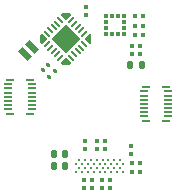
<source format=gbr>
%TF.GenerationSoftware,KiCad,Pcbnew,9.0.7+1*%
%TF.CreationDate,2026-02-20T14:40:58+00:00*%
%TF.ProjectId,ZSWatch-Extension,5a535761-7463-4682-9d45-7874656e7369,+ (Unreleased)*%
%TF.SameCoordinates,Original*%
%TF.FileFunction,Paste,Top*%
%TF.FilePolarity,Positive*%
%FSLAX46Y46*%
G04 Gerber Fmt 4.6, Leading zero omitted, Abs format (unit mm)*
G04 Created by KiCad (PCBNEW 9.0.7+1) date 2026-02-20 14:40:58*
%MOMM*%
%LPD*%
G01*
G04 APERTURE LIST*
G04 Aperture macros list*
%AMRoundRect*
0 Rectangle with rounded corners*
0 $1 Rounding radius*
0 $2 $3 $4 $5 $6 $7 $8 $9 X,Y pos of 4 corners*
0 Add a 4 corners polygon primitive as box body*
4,1,4,$2,$3,$4,$5,$6,$7,$8,$9,$2,$3,0*
0 Add four circle primitives for the rounded corners*
1,1,$1+$1,$2,$3*
1,1,$1+$1,$4,$5*
1,1,$1+$1,$6,$7*
1,1,$1+$1,$8,$9*
0 Add four rect primitives between the rounded corners*
20,1,$1+$1,$2,$3,$4,$5,0*
20,1,$1+$1,$4,$5,$6,$7,0*
20,1,$1+$1,$6,$7,$8,$9,0*
20,1,$1+$1,$8,$9,$2,$3,0*%
%AMRotRect*
0 Rectangle, with rotation*
0 The origin of the aperture is its center*
0 $1 length*
0 $2 width*
0 $3 Rotation angle, in degrees counterclockwise*
0 Add horizontal line*
21,1,$1,$2,0,0,$3*%
%AMOutline4P*
0 Free polygon, 4 corners , with rotation*
0 The origin of the aperture is its center*
0 number of corners: always 4*
0 $1 to $8 corner X, Y*
0 $9 Rotation angle, in degrees counterclockwise*
0 create outline with 4 corners*
4,1,4,$1,$2,$3,$4,$5,$6,$7,$8,$1,$2,$9*%
G04 Aperture macros list end*
%ADD10R,0.685000X0.180000*%
%ADD11R,0.735000X0.230000*%
%ADD12RoundRect,0.079500X-0.100500X0.079500X-0.100500X-0.079500X0.100500X-0.079500X0.100500X0.079500X0*%
%ADD13RoundRect,0.079500X-0.079500X-0.100500X0.079500X-0.100500X0.079500X0.100500X-0.079500X0.100500X0*%
%ADD14RoundRect,0.079500X0.100500X-0.079500X0.100500X0.079500X-0.100500X0.079500X-0.100500X-0.079500X0*%
%ADD15RoundRect,0.079500X0.079500X0.100500X-0.079500X0.100500X-0.079500X-0.100500X0.079500X-0.100500X0*%
%ADD16RoundRect,0.079500X-0.014849X0.127279X-0.127279X0.014849X0.014849X-0.127279X0.127279X-0.014849X0*%
%ADD17RoundRect,0.147500X0.147500X0.172500X-0.147500X0.172500X-0.147500X-0.172500X0.147500X-0.172500X0*%
%ADD18RotRect,1.140000X0.575000X315.000000*%
%ADD19RoundRect,0.140000X-0.140000X-0.170000X0.140000X-0.170000X0.140000X0.170000X-0.140000X0.170000X0*%
%ADD20RotRect,0.700000X0.200000X315.000000*%
%ADD21Outline4P,-0.360000X-0.180000X0.360000X-0.180000X0.000000X0.180000X0.000000X0.180000X180.000000*%
%ADD22RotRect,0.700000X0.200000X45.000000*%
%ADD23RotRect,0.700000X0.200000X135.000000*%
%ADD24Outline4P,-0.360000X-0.180000X0.360000X-0.180000X0.000000X0.180000X0.000000X0.180000X270.000000*%
%ADD25Outline4P,-0.360000X-0.180000X0.360000X-0.180000X0.000000X0.180000X0.000000X0.180000X0.000000*%
%ADD26Outline4P,-0.360000X-0.180000X0.360000X-0.180000X0.000000X0.180000X0.000000X0.180000X90.000000*%
%ADD27RotRect,1.701800X1.701800X315.000000*%
%ADD28C,0.200000*%
%ADD29R,0.375000X0.350000*%
%ADD30R,0.350000X0.375000*%
G04 APERTURE END LIST*
D10*
%TO.C,X702*%
X209292500Y-149550000D03*
X211307500Y-149550000D03*
X209292500Y-149900000D03*
X211307500Y-149900000D03*
X209292500Y-150250000D03*
X211307500Y-150250000D03*
X209292500Y-150600000D03*
X211307500Y-150600000D03*
X209292500Y-150950000D03*
X211307500Y-150950000D03*
X209292500Y-151300000D03*
X211307500Y-151300000D03*
X209292500Y-151650000D03*
X211307500Y-151650000D03*
D11*
X211167500Y-149175000D03*
X209432500Y-149175000D03*
X211167500Y-152025000D03*
X209432500Y-152025000D03*
%TD*%
D12*
%TO.C,C603*%
X205725000Y-157080000D03*
X205725000Y-157770000D03*
%TD*%
D13*
%TO.C,C505*%
X208547500Y-143200000D03*
X209237500Y-143200000D03*
%TD*%
D14*
%TO.C,C608*%
X208175000Y-154850000D03*
X208175000Y-154160000D03*
%TD*%
D15*
%TO.C,R502*%
X208945000Y-145675000D03*
X208255000Y-145675000D03*
%TD*%
D16*
%TO.C,C504*%
X201743952Y-147856048D03*
X201256048Y-148343952D03*
%TD*%
D13*
%TO.C,C506*%
X208547500Y-143993000D03*
X209237500Y-143993000D03*
%TD*%
D16*
%TO.C,C502*%
X201185787Y-147285787D03*
X200697883Y-147773691D03*
%TD*%
D14*
%TO.C,C503*%
X204400000Y-143065000D03*
X204400000Y-142375000D03*
%TD*%
%TO.C,C602*%
X205975000Y-154470000D03*
X205975000Y-153780000D03*
%TD*%
D17*
%TO.C,FB601*%
X202610001Y-154875000D03*
X201640001Y-154875000D03*
%TD*%
D18*
%TO.C,Y501*%
X199791682Y-145808318D03*
X199208318Y-146391682D03*
%TD*%
D19*
%TO.C,C511*%
X208120000Y-147300000D03*
X209080000Y-147300000D03*
%TD*%
D20*
%TO.C,IC501*%
X202476256Y-143237601D03*
D21*
X202653033Y-143103251D03*
D22*
X202829810Y-143237601D03*
D20*
X202193414Y-143520444D03*
X201910571Y-143803286D03*
X201627728Y-144086129D03*
X201344885Y-144368972D03*
X201062043Y-144651815D03*
D23*
X200779200Y-144934657D03*
D24*
X200644850Y-145111434D03*
D22*
X200779200Y-145288211D03*
X201062043Y-145571053D03*
X201344885Y-145853896D03*
X201627728Y-146136739D03*
X201910571Y-146419582D03*
X202193414Y-146702424D03*
X202476256Y-146985267D03*
D25*
X202653033Y-147119617D03*
D20*
X202829810Y-146985267D03*
X203112652Y-146702424D03*
X203395495Y-146419582D03*
X203678338Y-146136739D03*
X203961181Y-145853896D03*
X204244023Y-145571053D03*
D22*
X204526866Y-144934657D03*
D26*
X204661216Y-145111434D03*
D23*
X204526866Y-145288211D03*
D22*
X204244023Y-144651815D03*
X203961181Y-144368972D03*
X203678338Y-144086129D03*
X203395495Y-143803286D03*
X203112652Y-143520444D03*
D27*
X202653033Y-145111434D03*
%TD*%
D28*
%TO.C,IC601*%
X207525000Y-156345000D03*
X207025000Y-156345000D03*
X206525000Y-156345000D03*
X206025000Y-156345000D03*
X205525000Y-156345000D03*
X205025000Y-156345000D03*
X204525000Y-156345000D03*
X204025000Y-156345000D03*
X203525000Y-156345000D03*
X207275000Y-156005000D03*
X206775000Y-156005000D03*
X206275000Y-156005000D03*
X205775000Y-156005000D03*
X205275000Y-156005000D03*
X204775000Y-156005000D03*
X204275000Y-156005000D03*
X203775000Y-156005000D03*
X207525000Y-155665000D03*
X207025000Y-155665000D03*
X206525000Y-155665000D03*
X206025000Y-155665000D03*
X205525000Y-155665000D03*
X205025000Y-155665000D03*
X204525000Y-155665000D03*
X204025000Y-155665000D03*
X203525000Y-155665000D03*
X207275000Y-155325000D03*
X206775000Y-155325000D03*
X206275000Y-155325000D03*
X205775000Y-155325000D03*
X205275000Y-155325000D03*
X204775000Y-155325000D03*
X204275000Y-155325000D03*
X203775000Y-155325000D03*
%TD*%
D12*
%TO.C,C604*%
X206425000Y-157080000D03*
X206425000Y-157770000D03*
%TD*%
D17*
%TO.C,FB602*%
X202610001Y-155875000D03*
X201640001Y-155875000D03*
%TD*%
D13*
%TO.C,C610*%
X208229999Y-156345000D03*
X208919999Y-156345000D03*
%TD*%
D29*
%TO.C,IC502*%
X206100000Y-143200000D03*
X206100000Y-143700000D03*
X206100000Y-144200000D03*
X206100000Y-144700000D03*
D30*
X206612500Y-144712500D03*
X207112500Y-144712500D03*
D29*
X207625000Y-144700000D03*
X207625000Y-144200000D03*
X207625000Y-143700000D03*
X207625000Y-143200000D03*
D30*
X207112500Y-143187500D03*
X206612500Y-143187500D03*
%TD*%
D13*
%TO.C,C507*%
X208547500Y-144793000D03*
X209237500Y-144793000D03*
%TD*%
D12*
%TO.C,C606*%
X204200000Y-157080000D03*
X204200000Y-157770000D03*
%TD*%
D14*
%TO.C,C601*%
X204300000Y-154470000D03*
X204300000Y-153780000D03*
%TD*%
%TO.C,C605*%
X205275000Y-154470000D03*
X205275000Y-153780000D03*
%TD*%
D10*
%TO.C,X701*%
X199807500Y-151050000D03*
X197792500Y-151050000D03*
X199807500Y-150700000D03*
X197792500Y-150700000D03*
X199807500Y-150350000D03*
X197792500Y-150350000D03*
X199807500Y-150000000D03*
X197792500Y-150000000D03*
X199807500Y-149650000D03*
X197792500Y-149650000D03*
X199807500Y-149300000D03*
X197792500Y-149300000D03*
X199807500Y-148950000D03*
X197792500Y-148950000D03*
D11*
X197932500Y-151425000D03*
X199667500Y-151425000D03*
X197932500Y-148575000D03*
X199667500Y-148575000D03*
%TD*%
D13*
%TO.C,C510*%
X208255000Y-146400000D03*
X208945000Y-146400000D03*
%TD*%
%TO.C,C609*%
X208230000Y-155625000D03*
X208920000Y-155625000D03*
%TD*%
D12*
%TO.C,C607*%
X204900000Y-157080000D03*
X204900000Y-157770000D03*
%TD*%
M02*

</source>
